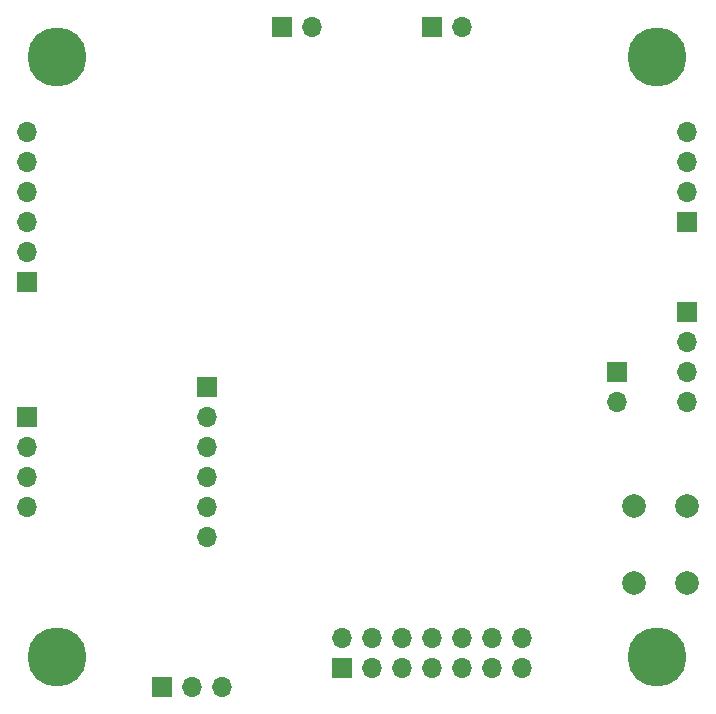
<source format=gbr>
G04 #@! TF.GenerationSoftware,KiCad,Pcbnew,(6.0.0)*
G04 #@! TF.CreationDate,2022-03-03T13:39:48-08:00*
G04 #@! TF.ProjectId,MSP430 Breakout,4d535034-3330-4204-9272-65616b6f7574,rev?*
G04 #@! TF.SameCoordinates,Original*
G04 #@! TF.FileFunction,Soldermask,Bot*
G04 #@! TF.FilePolarity,Negative*
%FSLAX46Y46*%
G04 Gerber Fmt 4.6, Leading zero omitted, Abs format (unit mm)*
G04 Created by KiCad (PCBNEW (6.0.0)) date 2022-03-03 13:39:48*
%MOMM*%
%LPD*%
G01*
G04 APERTURE LIST*
%ADD10R,1.700000X1.700000*%
%ADD11O,1.700000X1.700000*%
%ADD12C,2.000000*%
%ADD13C,0.800000*%
%ADD14C,5.000000*%
G04 APERTURE END LIST*
D10*
X122047000Y-81026000D03*
D11*
X122047000Y-78486000D03*
X122047000Y-75946000D03*
X122047000Y-73406000D03*
X122047000Y-70866000D03*
X122047000Y-68326000D03*
D10*
X137287000Y-89916000D03*
D11*
X137287000Y-92456000D03*
X137287000Y-94996000D03*
X137287000Y-97536000D03*
X137287000Y-100076000D03*
X137287000Y-102616000D03*
D10*
X133477000Y-115316000D03*
D11*
X136017000Y-115316000D03*
X138557000Y-115316000D03*
D10*
X148717000Y-113728500D03*
D11*
X148717000Y-111188500D03*
X151257000Y-113728500D03*
X151257000Y-111188500D03*
X153797000Y-113728500D03*
X153797000Y-111188500D03*
X156337000Y-113728500D03*
X156337000Y-111188500D03*
X158877000Y-113728500D03*
X158877000Y-111188500D03*
X161417000Y-113728500D03*
X161417000Y-111188500D03*
X163957000Y-113728500D03*
X163957000Y-111188500D03*
D10*
X143637000Y-59436000D03*
D11*
X146177000Y-59436000D03*
D12*
X173418500Y-99989500D03*
X173418500Y-106489500D03*
X177918500Y-99989500D03*
X177918500Y-106489500D03*
D10*
X122047000Y-92456000D03*
D11*
X122047000Y-94996000D03*
X122047000Y-97536000D03*
X122047000Y-100076000D03*
D10*
X156337000Y-59436000D03*
D11*
X158877000Y-59436000D03*
D13*
X123261175Y-60650175D03*
X125912825Y-60650175D03*
X123261175Y-63301825D03*
X124587000Y-60101000D03*
D14*
X124587000Y-61976000D03*
D13*
X126462000Y-61976000D03*
X122712000Y-61976000D03*
X125912825Y-63301825D03*
X124587000Y-63851000D03*
D14*
X124587000Y-112776000D03*
D13*
X125912825Y-111450175D03*
X122712000Y-112776000D03*
X123261175Y-114101825D03*
X123261175Y-111450175D03*
X125912825Y-114101825D03*
X124587000Y-110901000D03*
X126462000Y-112776000D03*
X124587000Y-114651000D03*
X175387000Y-60101000D03*
X174061175Y-60650175D03*
X176712825Y-63301825D03*
X175387000Y-63851000D03*
X174061175Y-63301825D03*
X176712825Y-60650175D03*
D14*
X175387000Y-61976000D03*
D13*
X173512000Y-61976000D03*
X177262000Y-61976000D03*
X173512000Y-112776000D03*
X176712825Y-111450175D03*
X176712825Y-114101825D03*
X175387000Y-114651000D03*
X177262000Y-112776000D03*
X175387000Y-110901000D03*
X174061175Y-114101825D03*
X174061175Y-111450175D03*
D14*
X175387000Y-112776000D03*
D10*
X177927000Y-75946000D03*
D11*
X177927000Y-73406000D03*
X177927000Y-70866000D03*
X177927000Y-68326000D03*
D10*
X177927000Y-83566000D03*
D11*
X177927000Y-86106000D03*
X177927000Y-88646000D03*
X177927000Y-91186000D03*
D10*
X171983000Y-88666000D03*
D11*
X171983000Y-91206000D03*
M02*

</source>
